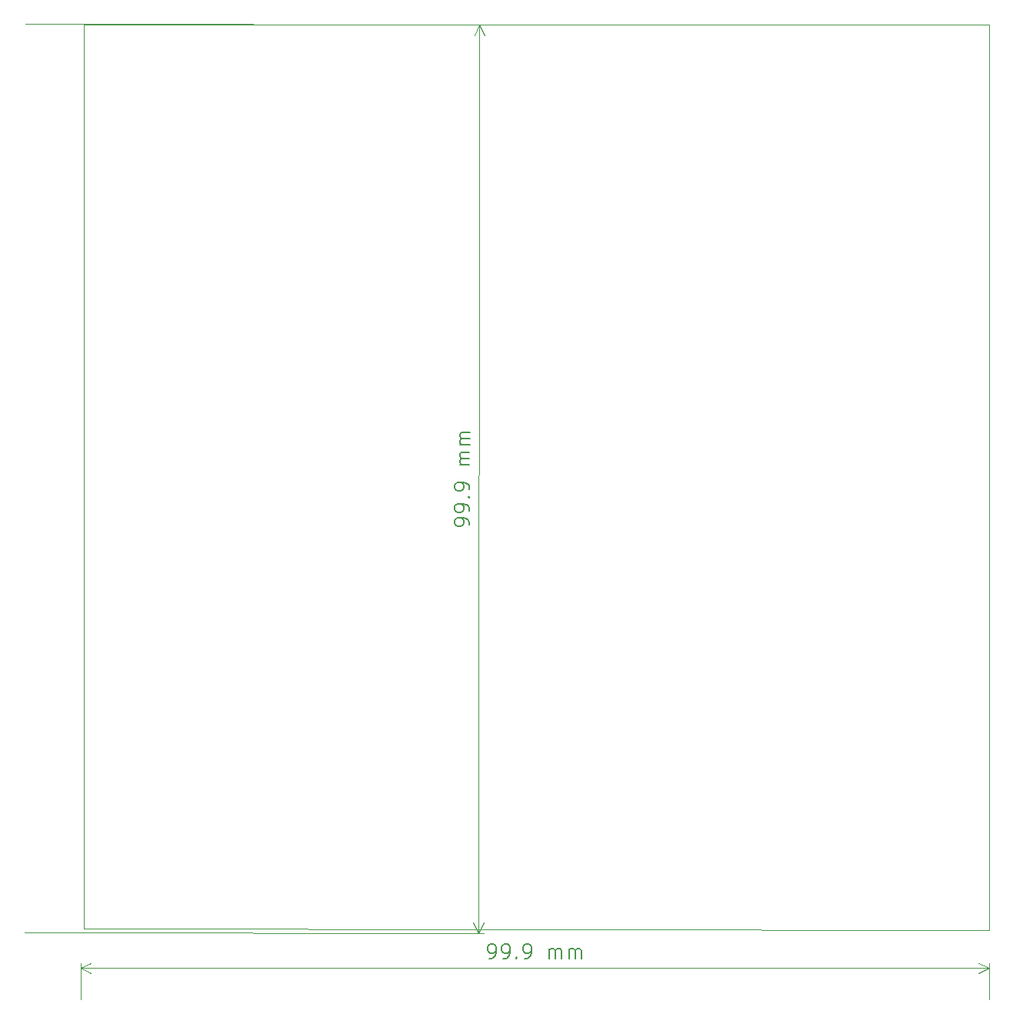
<source format=gm1>
G04 #@! TF.GenerationSoftware,KiCad,Pcbnew,(6.0.9)*
G04 #@! TF.CreationDate,2023-02-21T15:57:59-05:00*
G04 #@! TF.ProjectId,Arduino-CMRI_SMD_v7_Nano,41726475-696e-46f2-9d43-4d52495f534d,rev?*
G04 #@! TF.SameCoordinates,Original*
G04 #@! TF.FileFunction,Profile,NP*
%FSLAX46Y46*%
G04 Gerber Fmt 4.6, Leading zero omitted, Abs format (unit mm)*
G04 Created by KiCad (PCBNEW (6.0.9)) date 2023-02-21 15:57:59*
%MOMM*%
%LPD*%
G01*
G04 APERTURE LIST*
G04 #@! TA.AperFunction,Profile*
%ADD10C,0.050000*%
G04 #@! TD*
%ADD11C,0.142240*%
G04 APERTURE END LIST*
D10*
X98691600Y-154714100D02*
X198310600Y-154841100D01*
X198310600Y-154841100D02*
X198310600Y-55166100D01*
X98691600Y-55166100D02*
X98691600Y-154714100D01*
X198310600Y-55166100D02*
X98691600Y-55166100D01*
D11*
X143273033Y-157994086D02*
X143584606Y-157994086D01*
X143740393Y-157916193D01*
X143818286Y-157838300D01*
X143974073Y-157604620D01*
X144051966Y-157293046D01*
X144051966Y-156669900D01*
X143974073Y-156514113D01*
X143896180Y-156436220D01*
X143740393Y-156358326D01*
X143428820Y-156358326D01*
X143273033Y-156436220D01*
X143195140Y-156514113D01*
X143117246Y-156669900D01*
X143117246Y-157059366D01*
X143195140Y-157215153D01*
X143273033Y-157293046D01*
X143428820Y-157370940D01*
X143740393Y-157370940D01*
X143896180Y-157293046D01*
X143974073Y-157215153D01*
X144051966Y-157059366D01*
X144830900Y-157994086D02*
X145142473Y-157994086D01*
X145298260Y-157916193D01*
X145376153Y-157838300D01*
X145531940Y-157604620D01*
X145609833Y-157293046D01*
X145609833Y-156669900D01*
X145531940Y-156514113D01*
X145454046Y-156436220D01*
X145298260Y-156358326D01*
X144986686Y-156358326D01*
X144830900Y-156436220D01*
X144753006Y-156514113D01*
X144675113Y-156669900D01*
X144675113Y-157059366D01*
X144753006Y-157215153D01*
X144830900Y-157293046D01*
X144986686Y-157370940D01*
X145298260Y-157370940D01*
X145454046Y-157293046D01*
X145531940Y-157215153D01*
X145609833Y-157059366D01*
X146310873Y-157838300D02*
X146388766Y-157916193D01*
X146310873Y-157994086D01*
X146232980Y-157916193D01*
X146310873Y-157838300D01*
X146310873Y-157994086D01*
X147167700Y-157994086D02*
X147479273Y-157994086D01*
X147635060Y-157916193D01*
X147712953Y-157838300D01*
X147868740Y-157604620D01*
X147946633Y-157293046D01*
X147946633Y-156669900D01*
X147868740Y-156514113D01*
X147790846Y-156436220D01*
X147635060Y-156358326D01*
X147323486Y-156358326D01*
X147167700Y-156436220D01*
X147089806Y-156514113D01*
X147011913Y-156669900D01*
X147011913Y-157059366D01*
X147089806Y-157215153D01*
X147167700Y-157293046D01*
X147323486Y-157370940D01*
X147635060Y-157370940D01*
X147790846Y-157293046D01*
X147868740Y-157215153D01*
X147946633Y-157059366D01*
X149893966Y-157994086D02*
X149893966Y-156903580D01*
X149893966Y-157059366D02*
X149971860Y-156981473D01*
X150127646Y-156903580D01*
X150361326Y-156903580D01*
X150517113Y-156981473D01*
X150595006Y-157137260D01*
X150595006Y-157994086D01*
X150595006Y-157137260D02*
X150672900Y-156981473D01*
X150828686Y-156903580D01*
X151062366Y-156903580D01*
X151218153Y-156981473D01*
X151296046Y-157137260D01*
X151296046Y-157994086D01*
X152074980Y-157994086D02*
X152074980Y-156903580D01*
X152074980Y-157059366D02*
X152152873Y-156981473D01*
X152308660Y-156903580D01*
X152542340Y-156903580D01*
X152698126Y-156981473D01*
X152776020Y-157137260D01*
X152776020Y-157994086D01*
X152776020Y-157137260D02*
X152853913Y-156981473D01*
X153009700Y-156903580D01*
X153243380Y-156903580D01*
X153399166Y-156981473D01*
X153477060Y-157137260D01*
X153477060Y-157994086D01*
D10*
X198310600Y-162461100D02*
X198310600Y-158445680D01*
X98361600Y-162461100D02*
X98361600Y-158445680D01*
X198310600Y-159032100D02*
X98361600Y-159032100D01*
X198310600Y-159032100D02*
X98361600Y-159032100D01*
X198310600Y-159032100D02*
X197184096Y-158445679D01*
X198310600Y-159032100D02*
X197184096Y-159618521D01*
X98361600Y-159032100D02*
X99488104Y-159618521D01*
X98361600Y-159032100D02*
X99488104Y-158445679D01*
D11*
X141136190Y-110245848D02*
X141136586Y-109934275D01*
X141058891Y-109778390D01*
X140981096Y-109700397D01*
X140747615Y-109544314D01*
X140436141Y-109466025D01*
X139812994Y-109465233D01*
X139657109Y-109542928D01*
X139579117Y-109620723D01*
X139501025Y-109776410D01*
X139500629Y-110087983D01*
X139578325Y-110243869D01*
X139656119Y-110321861D01*
X139811807Y-110399952D01*
X140201273Y-110400447D01*
X140357159Y-110322752D01*
X140435151Y-110244958D01*
X140513242Y-110089270D01*
X140513638Y-109777697D01*
X140435943Y-109621811D01*
X140358148Y-109543819D01*
X140202461Y-109465728D01*
X141138170Y-108687983D02*
X141138566Y-108376410D01*
X141060870Y-108220524D01*
X140983076Y-108142532D01*
X140749594Y-107986449D01*
X140438120Y-107908159D01*
X139814974Y-107907368D01*
X139659088Y-107985063D01*
X139581096Y-108062857D01*
X139503005Y-108218545D01*
X139502609Y-108530118D01*
X139580304Y-108686003D01*
X139658099Y-108763996D01*
X139813786Y-108842087D01*
X140203253Y-108842582D01*
X140359138Y-108764886D01*
X140437130Y-108687092D01*
X140515221Y-108531405D01*
X140515617Y-108219832D01*
X140437922Y-108063946D01*
X140360128Y-107985954D01*
X140204440Y-107907863D01*
X140984264Y-107207813D02*
X141062256Y-107130019D01*
X141140050Y-107208011D01*
X141062058Y-107285805D01*
X140984264Y-107207813D01*
X141140050Y-107208011D01*
X141141139Y-106351185D02*
X141141535Y-106039612D01*
X141063840Y-105883726D01*
X140986045Y-105805734D01*
X140752563Y-105649651D01*
X140441089Y-105571361D01*
X139817943Y-105570570D01*
X139662058Y-105648265D01*
X139584065Y-105726059D01*
X139505974Y-105881747D01*
X139505578Y-106193320D01*
X139583274Y-106349205D01*
X139661068Y-106427198D01*
X139816755Y-106505289D01*
X140206222Y-106505784D01*
X140362107Y-106428088D01*
X140440100Y-106350294D01*
X140518191Y-106194606D01*
X140518587Y-105883033D01*
X140440891Y-105727148D01*
X140363097Y-105649156D01*
X140207409Y-105571064D01*
X141144603Y-103624920D02*
X140054097Y-103623535D01*
X140209884Y-103623733D02*
X140132090Y-103545740D01*
X140054394Y-103389855D01*
X140054691Y-103156175D01*
X140132782Y-103000488D01*
X140288668Y-102922792D01*
X141145494Y-102923881D01*
X140288668Y-102922792D02*
X140132980Y-102844701D01*
X140055285Y-102688815D01*
X140055582Y-102455136D01*
X140133673Y-102299448D01*
X140289559Y-102221753D01*
X141146385Y-102222841D01*
X141147374Y-101443909D02*
X140056869Y-101442523D01*
X140212655Y-101442721D02*
X140134861Y-101364729D01*
X140057166Y-101208843D01*
X140057462Y-100975164D01*
X140135554Y-100819476D01*
X140291439Y-100741781D01*
X141148265Y-100742869D01*
X140291439Y-100741781D02*
X140135752Y-100663689D01*
X140058056Y-100507804D01*
X140058353Y-100274124D01*
X140136444Y-100118437D01*
X140292330Y-100040741D01*
X141149156Y-100041830D01*
D10*
X92265600Y-55146100D02*
X142830556Y-55210350D01*
X92138600Y-155095100D02*
X142703556Y-155159350D01*
X142244137Y-55209605D02*
X142117137Y-155158605D01*
X142244137Y-55209605D02*
X142117137Y-155158605D01*
X142244137Y-55209605D02*
X141656285Y-56335363D01*
X142244137Y-55209605D02*
X142829126Y-56336853D01*
X142117137Y-155158605D02*
X142704989Y-154032847D01*
X142117137Y-155158605D02*
X141532148Y-154031357D01*
M02*

</source>
